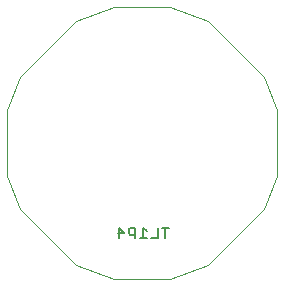
<source format=gbo>
G75*
%MOIN*%
%OFA0B0*%
%FSLAX25Y25*%
%IPPOS*%
%LPD*%
%AMOC8*
5,1,8,0,0,1.08239X$1,22.5*
%
%ADD10C,0.00100*%
%ADD11C,0.00600*%
D10*
X0012350Y0030950D02*
X0008050Y0041950D01*
X0008050Y0064150D01*
X0012350Y0075150D01*
X0030950Y0093750D01*
X0043650Y0098450D01*
X0062450Y0098450D01*
X0075150Y0093750D01*
X0093750Y0075150D01*
X0098050Y0064150D01*
X0098050Y0041950D01*
X0093750Y0030950D01*
X0075150Y0012350D01*
X0062450Y0007650D01*
X0043650Y0007650D01*
X0030950Y0012350D01*
X0012350Y0030950D01*
D11*
X0044957Y0023051D02*
X0047225Y0023051D01*
X0045524Y0024753D01*
X0045524Y0021350D01*
X0048640Y0023051D02*
X0049207Y0022484D01*
X0050908Y0022484D01*
X0050908Y0021350D02*
X0050908Y0024753D01*
X0049207Y0024753D01*
X0048640Y0024186D01*
X0048640Y0023051D01*
X0052323Y0021350D02*
X0054592Y0021350D01*
X0053457Y0021350D02*
X0053457Y0024753D01*
X0054592Y0023619D01*
X0056006Y0021350D02*
X0058275Y0021350D01*
X0058275Y0024753D01*
X0059689Y0024753D02*
X0061958Y0024753D01*
X0060824Y0024753D02*
X0060824Y0021350D01*
M02*

</source>
